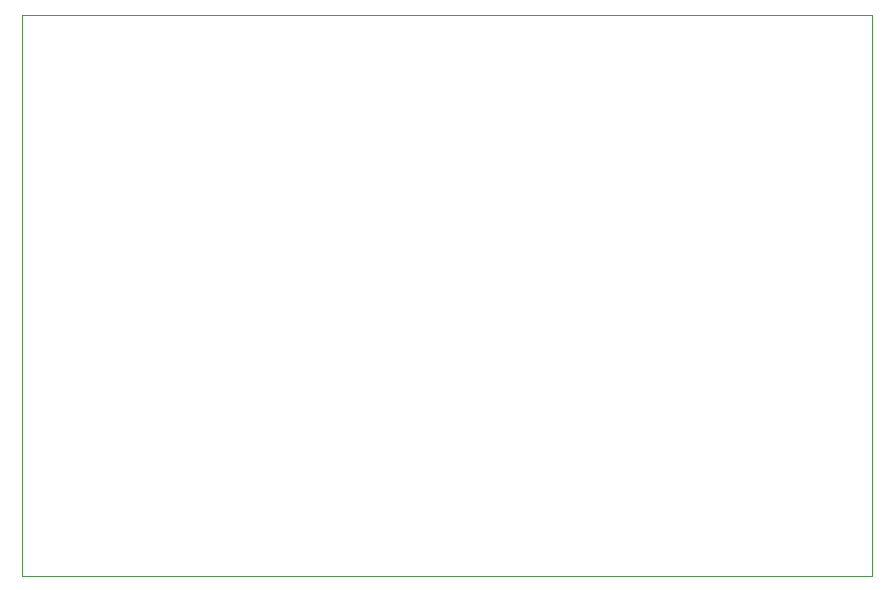
<source format=gm1>
%TF.GenerationSoftware,KiCad,Pcbnew,9.0.0*%
%TF.CreationDate,2025-03-30T14:17:43+09:00*%
%TF.ProjectId,v1000,76313030-302e-46b6-9963-61645f706362,rev?*%
%TF.SameCoordinates,Original*%
%TF.FileFunction,Profile,NP*%
%FSLAX46Y46*%
G04 Gerber Fmt 4.6, Leading zero omitted, Abs format (unit mm)*
G04 Created by KiCad (PCBNEW 9.0.0) date 2025-03-30 14:17:43*
%MOMM*%
%LPD*%
G01*
G04 APERTURE LIST*
%TA.AperFunction,Profile*%
%ADD10C,0.050000*%
%TD*%
G04 APERTURE END LIST*
D10*
X60000000Y-80000000D02*
X132000000Y-80000000D01*
X132000000Y-127500000D01*
X60000000Y-127500000D01*
X60000000Y-80000000D01*
M02*

</source>
